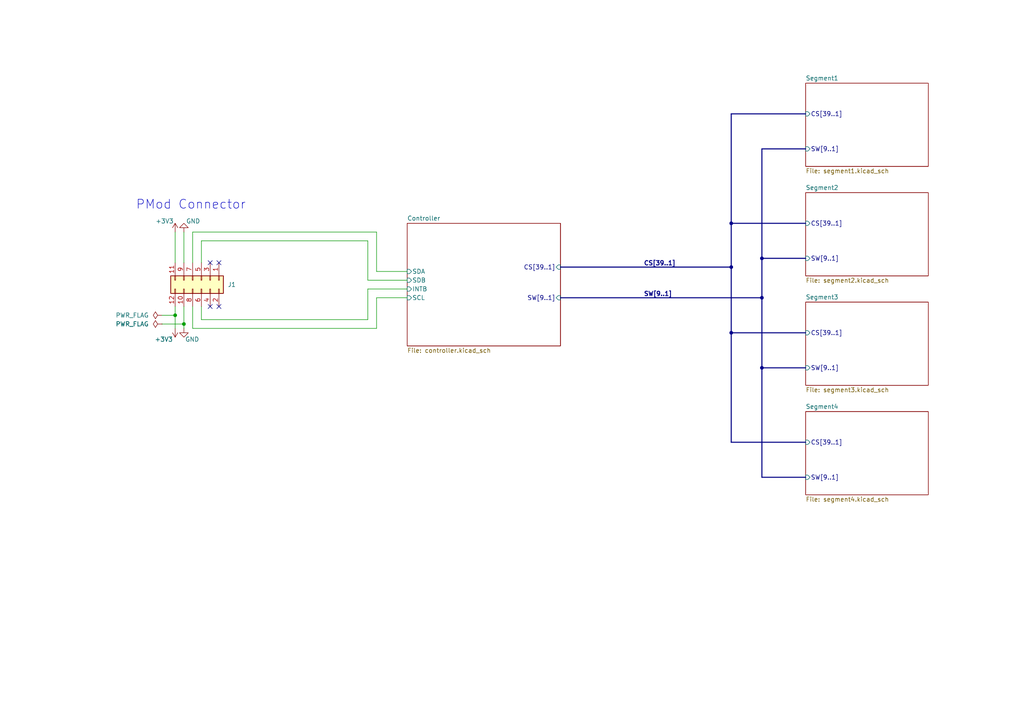
<source format=kicad_sch>
(kicad_sch (version 20211123) (generator eeschema)
  (paper "A4")
  (title_block (title "PMod RGB & Segment Display") (rev "v0.1") (company "James Horton") (comment 1 "interface, all LED's are designed to be indivdually addressable ") (comment 2 "This design is a 4 Digit Seven Segment Display made from RGB LED's, controlled using I2C") (comment 4 "Licensed Under CERN Open Hardware Licence Version 2 - Permissive"))
  (lib_symbols
    (symbol "Connector_Generic:Conn_02x06_Odd_Even" (pin_names (offset 1.016) hide)
      (property "Reference" "J" (at 1.27 7.62 0))
      (property "Value" "Conn_02x06_Odd_Even" (at 1.27 -10.16 0))
      (symbol "Conn_02x06_Odd_Even_1_1"
        (rectangle (start -1.27 -7.493) (end 0 -7.747) (stroke (width 0.1524)))
        (rectangle (start -1.27 -4.953) (end 0 -5.207) (stroke (width 0.1524)))
        (rectangle (start -1.27 -2.413) (end 0 -2.667) (stroke (width 0.1524)))
        (rectangle (start -1.27 0.127) (end 0 -0.127) (stroke (width 0.1524)))
        (rectangle (start -1.27 2.667) (end 0 2.413) (stroke (width 0.1524)))
        (rectangle (start -1.27 5.207) (end 0 4.953) (stroke (width 0.1524)))
        (rectangle (start -1.27 6.35) (end 3.81 -8.89) (stroke (width 0.254)) (fill (type background)))
        (rectangle (start 3.81 -7.493) (end 2.54 -7.747) (stroke (width 0.1524)))
        (rectangle (start 3.81 -4.953) (end 2.54 -5.207) (stroke (width 0.1524)))
        (rectangle (start 3.81 -2.413) (end 2.54 -2.667) (stroke (width 0.1524)))
        (rectangle (start 3.81 0.127) (end 2.54 -0.127) (stroke (width 0.1524)))
        (rectangle (start 3.81 2.667) (end 2.54 2.413) (stroke (width 0.1524)))
        (rectangle (start 3.81 5.207) (end 2.54 4.953) (stroke (width 0.1524)))
        (pin passive line (at -5.08 5.08 0) (length 3.81) (name "Pin_1") (number "1"))
        (pin passive line (at 7.62 -5.08 180) (length 3.81) (name "Pin_10") (number "10"))
        (pin passive line (at -5.08 -7.62 0) (length 3.81) (name "Pin_11") (number "11"))
        (pin passive line (at 7.62 -7.62 180) (length 3.81) (name "Pin_12") (number "12"))
        (pin passive line (at 7.62 5.08 180) (length 3.81) (name "Pin_2") (number "2"))
        (pin passive line (at -5.08 2.54 0) (length 3.81) (name "Pin_3") (number "3"))
        (pin passive line (at 7.62 2.54 180) (length 3.81) (name "Pin_4") (number "4"))
        (pin passive line (at -5.08 0 0) (length 3.81) (name "Pin_5") (number "5"))
        (pin passive line (at 7.62 0 180) (length 3.81) (name "Pin_6") (number "6"))
        (pin passive line (at -5.08 -2.54 0) (length 3.81) (name "Pin_7") (number "7"))
        (pin passive line (at 7.62 -2.54 180) (length 3.81) (name "Pin_8") (number "8"))
        (pin passive line (at -5.08 -5.08 0) (length 3.81) (name "Pin_9") (number "9"))
      )
    )
    (symbol "power:+3V3" (power) (pin_names (offset 0))
      (property "Value" "+3V3" (at 0 3.556 0))
      (symbol "+3V3_0_1"
        (polyline (pts (xy -0.762 1.27) (xy 0 2.54)))
        (polyline (pts (xy 0 0) (xy 0 2.54)))
        (polyline (pts (xy 0 2.54) (xy 0.762 1.27)))
      )
      (symbol "+3V3_1_1"
        (pin power_in line (at 0 0 90) (length 0) hide (name "+3V3") (number "1"))
      )
    )
    (symbol "power:GND" (power) (pin_names (offset 0))
      (property "Value" "GND" (at 0 -3.81 0))
      (symbol "GND_0_1"
        (polyline (pts (xy 0 0) (xy 0 -1.27) (xy 1.27 -1.27) (xy 0 -2.54) (xy -1.27 -1.27) (xy 0 -1.27)))
      )
      (symbol "GND_1_1"
        (pin power_in line (at 0 0 270) (length 0) hide (name "GND") (number "1"))
      )
    )
    (symbol "power:PWR_FLAG" (power) (pin_numbers hide) (pin_names (offset 0) hide)
      (property "Value" "PWR_FLAG" (at 0 3.81 0))
      (symbol "PWR_FLAG_0_0"
        (pin power_out line (at 0 0 90) (length 0) (name "pwr") (number "1"))
      )
      (symbol "PWR_FLAG_0_1"
        (polyline (pts (xy 0 0) (xy 0 1.27) (xy -1.016 1.905) (xy 0 2.54) (xy 1.016 1.905) (xy 0 1.27)))
      )
    )
  )
  (junction (at 50.8 91.44))
  (junction (at 212.09 96.52))
  (junction (at 212.09 77.47))
  (junction (at 220.98 86.36))
  (junction (at 220.98 106.68))
  (junction (at 220.98 74.93))
  (junction (at 53.34 93.98))
  (junction (at 212.09 64.77))
  (no_connect (at 60.96 88.9))
  (no_connect (at 63.5 88.9))
  (no_connect (at 60.96 76.2))
  (no_connect (at 63.5 76.2))
  (wire (pts (xy 106.68 69.85) (xy 58.42 69.85)))
  (wire (pts (xy 58.42 88.9) (xy 58.42 92.71)))
  (wire (pts (xy 46.99 91.44) (xy 50.8 91.44)))
  (wire (pts (xy 58.42 92.71) (xy 106.68 92.71)))
  (bus (pts (xy 212.09 33.02) (xy 233.68 33.02)))
  (wire (pts (xy 50.8 88.9) (xy 50.8 91.44)))
  (wire (pts (xy 55.88 67.31) (xy 109.22 67.31)))
  (wire (pts (xy 109.22 78.74) (xy 118.11 78.74)))
  (wire (pts (xy 106.68 83.82) (xy 106.68 92.71)))
  (wire (pts (xy 50.8 91.44) (xy 50.8 95.25)))
  (bus (pts (xy 233.68 128.27) (xy 212.09 128.27)))
  (wire (pts (xy 109.22 86.36) (xy 109.22 95.25)))
  (wire (pts (xy 118.11 86.36) (xy 109.22 86.36)))
  (bus (pts (xy 220.98 74.93) (xy 220.98 86.36)))
  (wire (pts (xy 55.88 95.25) (xy 55.88 88.9)))
  (wire (pts (xy 53.34 93.98) (xy 53.34 95.25)))
  (bus (pts (xy 220.98 138.43) (xy 233.68 138.43)))
  (bus (pts (xy 162.56 86.36) (xy 220.98 86.36)))
  (wire (pts (xy 55.88 76.2) (xy 55.88 67.31)))
  (bus (pts (xy 220.98 74.93) (xy 233.68 74.93)))
  (wire (pts (xy 53.34 67.31) (xy 53.34 76.2)))
  (wire (pts (xy 118.11 83.82) (xy 106.68 83.82)))
  (wire (pts (xy 118.11 81.28) (xy 106.68 81.28)))
  (wire (pts (xy 46.99 93.98) (xy 53.34 93.98)))
  (wire (pts (xy 58.42 69.85) (xy 58.42 76.2)))
  (bus (pts (xy 212.09 77.47) (xy 212.09 96.52)))
  (bus (pts (xy 220.98 43.18) (xy 220.98 74.93)))
  (bus (pts (xy 220.98 106.68) (xy 233.68 106.68)))
  (bus (pts (xy 162.56 77.47) (xy 212.09 77.47)))
  (bus (pts (xy 233.68 43.18) (xy 220.98 43.18)))
  (bus (pts (xy 220.98 106.68) (xy 220.98 138.43)))
  (bus (pts (xy 212.09 33.02) (xy 212.09 64.77)))
  (bus (pts (xy 220.98 86.36) (xy 220.98 106.68)))
  (bus (pts (xy 212.09 128.27) (xy 212.09 96.52)))
  (bus (pts (xy 212.09 96.52) (xy 233.68 96.52)))
  (wire (pts (xy 50.8 67.31) (xy 50.8 76.2)))
  (wire (pts (xy 55.88 95.25) (xy 109.22 95.25)))
  (wire (pts (xy 53.34 88.9) (xy 53.34 93.98)))
  (wire (pts (xy 106.68 81.28) (xy 106.68 69.85)))
  (bus (pts (xy 212.09 64.77) (xy 212.09 77.47)))
  (bus (pts (xy 212.09 64.77) (xy 233.68 64.77)))
  (wire (pts (xy 109.22 67.31) (xy 109.22 78.74)))
  (text "PMod Connector" (at 39.37 60.96 0) (effects (font (size 2.6 2.6)) (justify left bottom)))
  (label "SW[9..1]" (at 186.69 86.36 0) (effects (font bold)))
  (label "CS[39..1]" (at 186.69 77.47 0) (effects (font bold)))
  (symbol (lib_id "power:PWR_FLAG") (at 46.99 91.44 90) (unit 1)
    (property "Reference" "#FLG0101" (effects hide))
    (property "Value" "PWR_FLAG" (at 43.18 91.4399 90) (effects (justify left)))
  )
  (symbol (lib_id "power:GND") (at 53.34 67.31 180) (unit 1)
    (property "Reference" "#PWR0101" (effects hide))
    (property "Value" "GND" (at 53.975 64.135 0) (effects (justify right)))
  )
  (symbol (lib_id "power:GND") (at 53.34 95.25 0) (unit 1)
    (property "Reference" "#PWR0104" (effects hide))
    (property "Value" "GND" (at 57.785 98.425 0) (effects (justify right)))
  )
  (symbol (lib_id "Connector_Generic:Conn_02x06_Odd_Even") (at 58.42 81.28 270) (unit 1)
    (property "Reference" "J1" (at 66.04 82.5499 90) (effects (justify left)))
    (property "Value" "Conn_02x06_Odd_Even" (effects hide))
    (property "Footprint" "Connector_PinHeader_2.54mm:PinHeader_2x06_P2.54mm_Vertical" (effects hide))
  )
  (symbol (lib_id "power:PWR_FLAG") (at 46.99 93.98 90) (unit 1)
    (property "Reference" "#FLG0102" (effects hide))
    (property "Value" "PWR_FLAG" (at 43.18 93.9799 90) (effects (justify left)))
  )
  (symbol (lib_id "power:+3V3") (at 50.8 67.31 0) (unit 1)
    (property "Reference" "#PWR0102" (effects hide))
    (property "Value" "+3V3" (at 45.085 64.135 0) (effects (justify left)))
  )
  (symbol (lib_id "power:+3V3") (at 50.8 95.25 180) (unit 1)
    (property "Reference" "#PWR0103" (effects hide))
    (property "Value" "+3V3" (at 50.165 98.425 0) (effects (justify left)))
  )
  (sheet (at 233.68 119.38) (size 35.56 24.13) (stroke (width 0.1524))
    (property "Sheet name" "Segment4" (at 233.68 118.6684 0) (effects (justify left bottom)))
    (property "Sheet file" "segment4.kicad_sch" (at 233.68 144.0946 0) (effects (justify left top)))
    (pin "CS[39..1]" input (at 233.68 128.27 180))
    (pin "SW[9..1]" input (at 233.68 138.43 180))
  )
  (sheet (at 233.68 24.13) (size 35.56 24.13) (stroke (width 0.1524))
    (property "Sheet name" "Segment1" (at 233.68 23.4184 0) (effects (justify left bottom)))
    (property "Sheet file" "segment1.kicad_sch" (at 233.68 48.8446 0) (effects (justify left top)))
    (pin "CS[39..1]" input (at 233.68 33.02 180))
    (pin "SW[9..1]" input (at 233.68 43.18 180))
  )
  (sheet (at 233.68 87.63) (size 35.56 24.13) (stroke (width 0.1524))
    (property "Sheet name" "Segment3" (at 233.68 86.9184 0) (effects (justify left bottom)))
    (property "Sheet file" "segment3.kicad_sch" (at 233.68 112.3446 0) (effects (justify left top)))
    (pin "CS[39..1]" input (at 233.68 96.52 180))
    (pin "SW[9..1]" input (at 233.68 106.68 180))
  )
  (sheet (at 233.68 55.88) (size 35.56 24.13) (stroke (width 0.1524))
    (property "Sheet name" "Segment2" (at 233.68 55.1684 0) (effects (justify left bottom)))
    (property "Sheet file" "segment2.kicad_sch" (at 233.68 80.5946 0) (effects (justify left top)))
    (pin "SW[9..1]" input (at 233.68 74.93 180))
    (pin "CS[39..1]" input (at 233.68 64.77 180))
  )
  (sheet (at 118.11 64.77) (size 44.45 35.56) (stroke (width 0.1524))
    (property "Sheet name" "Controller" (at 118.11 64.0584 0) (effects (justify left bottom)))
    (property "Sheet file" "controller.kicad_sch" (at 118.11 100.9146 0) (effects (justify left top)))
    (pin "SW[9..1]" input (at 162.56 86.36 0))
    (pin "CS[39..1]" input (at 162.56 77.47 0))
    (pin "SDA" input (at 118.11 78.74 180))
    (pin "SDB" input (at 118.11 81.28 180))
    (pin "SCL" input (at 118.11 86.36 180))
    (pin "INTB" input (at 118.11 83.82 180))
  )
)
</source>
